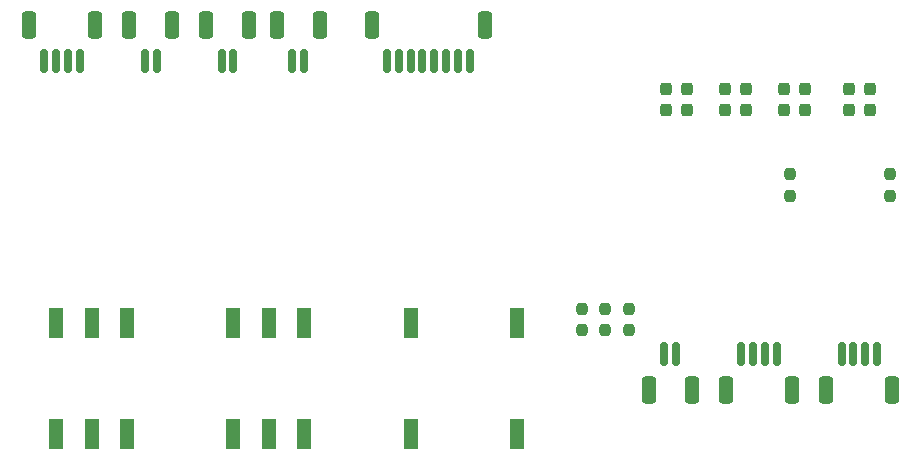
<source format=gbr>
%TF.GenerationSoftware,KiCad,Pcbnew,8.0.1*%
%TF.CreationDate,2024-10-08T14:43:00+09:00*%
%TF.ProjectId,CoolingBoxWireOrganizer,436f6f6c-696e-4674-926f-78576972654f,rev?*%
%TF.SameCoordinates,Original*%
%TF.FileFunction,Paste,Top*%
%TF.FilePolarity,Positive*%
%FSLAX46Y46*%
G04 Gerber Fmt 4.6, Leading zero omitted, Abs format (unit mm)*
G04 Created by KiCad (PCBNEW 8.0.1) date 2024-10-08 14:43:00*
%MOMM*%
%LPD*%
G01*
G04 APERTURE LIST*
G04 Aperture macros list*
%AMRoundRect*
0 Rectangle with rounded corners*
0 $1 Rounding radius*
0 $2 $3 $4 $5 $6 $7 $8 $9 X,Y pos of 4 corners*
0 Add a 4 corners polygon primitive as box body*
4,1,4,$2,$3,$4,$5,$6,$7,$8,$9,$2,$3,0*
0 Add four circle primitives for the rounded corners*
1,1,$1+$1,$2,$3*
1,1,$1+$1,$4,$5*
1,1,$1+$1,$6,$7*
1,1,$1+$1,$8,$9*
0 Add four rect primitives between the rounded corners*
20,1,$1+$1,$2,$3,$4,$5,0*
20,1,$1+$1,$4,$5,$6,$7,0*
20,1,$1+$1,$6,$7,$8,$9,0*
20,1,$1+$1,$8,$9,$2,$3,0*%
G04 Aperture macros list end*
%ADD10RoundRect,0.150000X-0.150000X-0.875000X0.150000X-0.875000X0.150000X0.875000X-0.150000X0.875000X0*%
%ADD11RoundRect,0.250000X-0.350000X-0.900000X0.350000X-0.900000X0.350000X0.900000X-0.350000X0.900000X0*%
%ADD12RoundRect,0.150000X0.150000X0.875000X-0.150000X0.875000X-0.150000X-0.875000X0.150000X-0.875000X0*%
%ADD13RoundRect,0.250000X0.350000X0.900000X-0.350000X0.900000X-0.350000X-0.900000X0.350000X-0.900000X0*%
%ADD14R,1.270000X2.540000*%
%ADD15RoundRect,0.237500X0.237500X-0.250000X0.237500X0.250000X-0.237500X0.250000X-0.237500X-0.250000X0*%
%ADD16RoundRect,0.237500X-0.237500X0.287500X-0.237500X-0.287500X0.237500X-0.287500X0.237500X0.287500X0*%
%ADD17RoundRect,0.237500X-0.237500X0.250000X-0.237500X-0.250000X0.237500X-0.250000X0.237500X0.250000X0*%
G04 APERTURE END LIST*
D10*
%TO.C,J3*%
X161000000Y-113575000D03*
X162000000Y-113575000D03*
X163000000Y-113575000D03*
X164000000Y-113575000D03*
X165000000Y-113575000D03*
X166000000Y-113575000D03*
X167000000Y-113575000D03*
X168000000Y-113575000D03*
D11*
X159700000Y-110550000D03*
X169300000Y-110550000D03*
%TD*%
D10*
%TO.C,J21*%
X140500000Y-113575000D03*
X141500000Y-113575000D03*
D11*
X139200000Y-110550000D03*
X142800000Y-110550000D03*
%TD*%
D10*
%TO.C,J14*%
X153000000Y-113575000D03*
X154000000Y-113575000D03*
D11*
X151700000Y-110550000D03*
X155300000Y-110550000D03*
%TD*%
D10*
%TO.C,J22*%
X147000000Y-113575000D03*
X148000000Y-113575000D03*
D11*
X145700000Y-110550000D03*
X149300000Y-110550000D03*
%TD*%
D12*
%TO.C,J17*%
X185500000Y-138425000D03*
X184500000Y-138425000D03*
D13*
X186800000Y-141450000D03*
X183200000Y-141450000D03*
%TD*%
D12*
%TO.C,J11*%
X194000000Y-138425000D03*
X193000000Y-138425000D03*
X192000000Y-138425000D03*
X191000000Y-138425000D03*
D13*
X195300000Y-141450000D03*
X189700000Y-141450000D03*
%TD*%
D14*
%TO.C,J2*%
X172000000Y-135800000D03*
X172000000Y-145200000D03*
%TD*%
D15*
%TO.C,R16*%
X179500000Y-136412500D03*
X179500000Y-134587500D03*
%TD*%
D10*
%TO.C,J1*%
X132000000Y-113575000D03*
X133000000Y-113575000D03*
X134000000Y-113575000D03*
X135000000Y-113575000D03*
D11*
X130700000Y-110550000D03*
X136300000Y-110550000D03*
%TD*%
D16*
%TO.C,L1*%
X200125000Y-116000000D03*
X200125000Y-117750000D03*
%TD*%
%TO.C,L8*%
X191375000Y-116000000D03*
X191375000Y-117750000D03*
%TD*%
%TO.C,L7*%
X189625000Y-116000000D03*
X189625000Y-117750000D03*
%TD*%
%TO.C,L5*%
X194625000Y-116000000D03*
X194625000Y-117750000D03*
%TD*%
D14*
%TO.C,J9*%
X133000000Y-135800000D03*
X136000000Y-135800000D03*
X139000000Y-135800000D03*
X133000000Y-145200000D03*
X136000000Y-145200000D03*
X139000000Y-145200000D03*
%TD*%
%TO.C,J4*%
X163000000Y-135800000D03*
X163000000Y-145200000D03*
%TD*%
D16*
%TO.C,L4*%
X186375000Y-116000000D03*
X186375000Y-117750000D03*
%TD*%
D15*
%TO.C,R2*%
X203560000Y-125015000D03*
X203560000Y-123190000D03*
%TD*%
D17*
%TO.C,R1*%
X195150000Y-123190000D03*
X195150000Y-125015000D03*
%TD*%
D14*
%TO.C,J12*%
X148000000Y-135800000D03*
X151000000Y-135800000D03*
X154000000Y-135800000D03*
X148000000Y-145200000D03*
X151000000Y-145200000D03*
X154000000Y-145200000D03*
%TD*%
D12*
%TO.C,J16*%
X202500000Y-138425000D03*
X201500000Y-138425000D03*
X200500000Y-138425000D03*
X199500000Y-138425000D03*
D13*
X203800000Y-141450000D03*
X198200000Y-141450000D03*
%TD*%
D15*
%TO.C,R18*%
X181500000Y-136412500D03*
X181500000Y-134587500D03*
%TD*%
D16*
%TO.C,L3*%
X184625000Y-116000000D03*
X184625000Y-117750000D03*
%TD*%
D15*
%TO.C,R14*%
X177500000Y-136412500D03*
X177500000Y-134587500D03*
%TD*%
D16*
%TO.C,L2*%
X201875000Y-116000000D03*
X201875000Y-117750000D03*
%TD*%
%TO.C,L6*%
X196375000Y-116000000D03*
X196375000Y-117750000D03*
%TD*%
M02*

</source>
